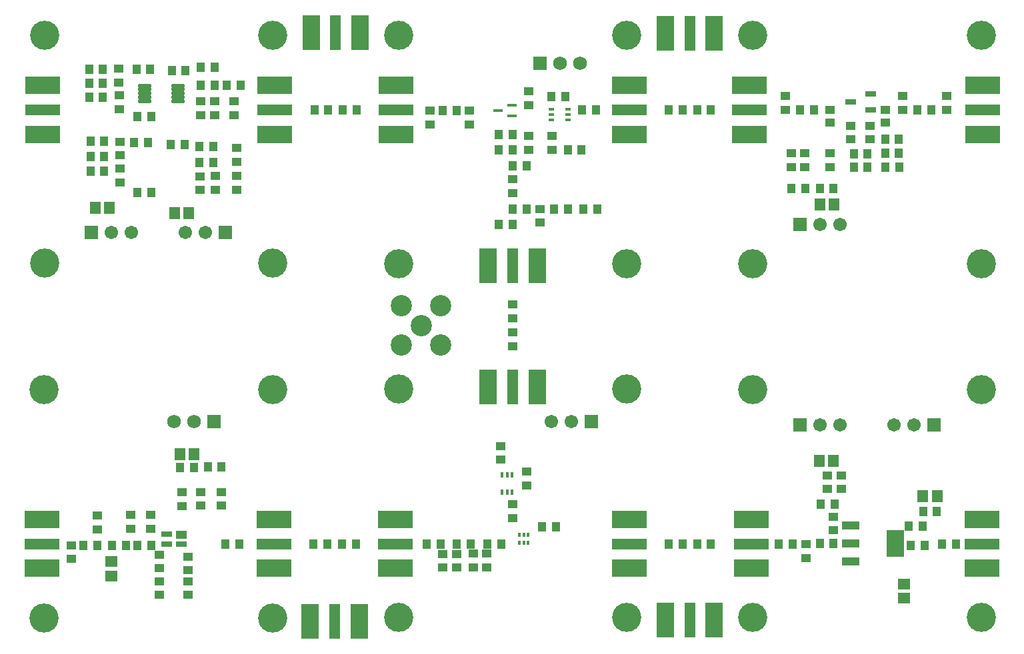
<source format=gts>
G04*
G04 #@! TF.GenerationSoftware,Altium Limited,Altium Designer,21.4.1 (30)*
G04*
G04 Layer_Color=8388736*
%FSLAX25Y25*%
%MOIN*%
G70*
G04*
G04 #@! TF.SameCoordinates,4F7A37CA-CC0D-4B0B-ADC5-D258E3024ECD*
G04*
G04*
G04 #@! TF.FilePolarity,Negative*
G04*
G01*
G75*
%ADD26R,0.03100X0.01400*%
%ADD30R,0.01400X0.03100*%
%ADD31R,0.01200X0.02000*%
%ADD32R,0.04500X0.01800*%
%ADD37R,0.04737X0.04343*%
%ADD38R,0.04343X0.04737*%
%ADD39R,0.17335X0.05524*%
%ADD40R,0.17335X0.08674*%
%ADD41R,0.09068X0.04343*%
%ADD42R,0.09068X0.13398*%
%ADD43R,0.06312X0.05524*%
%ADD44R,0.05524X0.06312*%
%ADD45R,0.05524X0.17335*%
%ADD46R,0.08674X0.17335*%
G04:AMPARAMS|DCode=47|XSize=65.87mil|YSize=19.02mil|CornerRadius=5.38mil|HoleSize=0mil|Usage=FLASHONLY|Rotation=180.000|XOffset=0mil|YOffset=0mil|HoleType=Round|Shape=RoundedRectangle|*
%AMROUNDEDRECTD47*
21,1,0.06587,0.00827,0,0,180.0*
21,1,0.05512,0.01902,0,0,180.0*
1,1,0.01076,-0.02756,0.00413*
1,1,0.01076,0.02756,0.00413*
1,1,0.01076,0.02756,-0.00413*
1,1,0.01076,-0.02756,-0.00413*
%
%ADD47ROUNDEDRECTD47*%
%ADD48R,0.05328X0.03162*%
%ADD49R,0.05328X0.02769*%
%ADD50R,0.05328X0.03950*%
%ADD51R,0.04816X0.04304*%
%ADD52C,0.06706*%
%ADD53R,0.06706X0.06706*%
%ADD54R,0.06824X0.06824*%
%ADD55C,0.06824*%
%ADD56C,0.10642*%
%ADD57C,0.14580*%
D26*
X265485Y-48622D02*
D03*
Y-51181D02*
D03*
Y-53740D02*
D03*
X273885D02*
D03*
Y-51181D02*
D03*
Y-48622D02*
D03*
D30*
X245866Y-240027D02*
D03*
X243307D02*
D03*
X240748D02*
D03*
Y-231627D02*
D03*
X243307D02*
D03*
X245866D02*
D03*
D31*
X249500Y-261567D02*
D03*
X251665D02*
D03*
X253831D02*
D03*
Y-265504D02*
D03*
X251665D02*
D03*
X249500D02*
D03*
D32*
X238626Y-49213D02*
D03*
X245626Y-46654D02*
D03*
Y-51772D02*
D03*
D37*
X392126Y-77461D02*
D03*
Y-70571D02*
D03*
X403543Y-238681D02*
D03*
Y-231791D02*
D03*
X406496Y-259350D02*
D03*
Y-252461D02*
D03*
X38386Y-251969D02*
D03*
Y-258858D02*
D03*
X265748Y-62008D02*
D03*
Y-68898D02*
D03*
X246063Y-160335D02*
D03*
Y-167224D02*
D03*
X259842Y-98425D02*
D03*
Y-105315D02*
D03*
X100394Y-246949D02*
D03*
Y-240059D02*
D03*
X25591Y-273622D02*
D03*
Y-266732D02*
D03*
X246063Y-153051D02*
D03*
Y-146161D02*
D03*
X83858Y-284744D02*
D03*
Y-291634D02*
D03*
X80709Y-240256D02*
D03*
Y-247146D02*
D03*
X55118Y-258366D02*
D03*
Y-251476D02*
D03*
X64961D02*
D03*
Y-258366D02*
D03*
X410433Y-231791D02*
D03*
Y-238681D02*
D03*
X404724Y-77461D02*
D03*
Y-70571D02*
D03*
X97146Y-44685D02*
D03*
Y-51575D02*
D03*
X89961Y-51476D02*
D03*
Y-44587D02*
D03*
X49311Y-48524D02*
D03*
Y-41634D02*
D03*
X49902Y-71653D02*
D03*
Y-64764D02*
D03*
X108169Y-74902D02*
D03*
Y-68012D02*
D03*
X49213Y-35236D02*
D03*
Y-28346D02*
D03*
X49803Y-85236D02*
D03*
Y-78347D02*
D03*
X89764Y-88976D02*
D03*
Y-82087D02*
D03*
X97539Y-81988D02*
D03*
Y-88878D02*
D03*
X233071Y-270965D02*
D03*
Y-277854D02*
D03*
X218165Y-271122D02*
D03*
Y-278012D02*
D03*
X83858Y-272441D02*
D03*
Y-279331D02*
D03*
X253937Y-46457D02*
D03*
Y-39567D02*
D03*
Y-68898D02*
D03*
Y-62008D02*
D03*
X246063Y-83661D02*
D03*
Y-90551D02*
D03*
X108169Y-81988D02*
D03*
Y-88878D02*
D03*
X106791Y-44685D02*
D03*
Y-51575D02*
D03*
X240158Y-217028D02*
D03*
Y-223917D02*
D03*
X246063Y-246161D02*
D03*
X246063Y-253051D02*
D03*
X253150Y-230020D02*
D03*
Y-236910D02*
D03*
X226378Y-270965D02*
D03*
Y-277854D02*
D03*
X211165Y-271122D02*
D03*
Y-278012D02*
D03*
X462992Y-48819D02*
D03*
Y-41929D02*
D03*
X382283Y-48720D02*
D03*
Y-41831D02*
D03*
X440945Y-48819D02*
D03*
Y-41929D02*
D03*
X424803Y-63681D02*
D03*
Y-56791D02*
D03*
X414961Y-63681D02*
D03*
Y-56791D02*
D03*
X385433Y-70571D02*
D03*
Y-77461D02*
D03*
X392717Y-266240D02*
D03*
Y-273130D02*
D03*
X69291Y-284744D02*
D03*
Y-291634D02*
D03*
Y-271457D02*
D03*
Y-278346D02*
D03*
X90059Y-240059D02*
D03*
Y-246949D02*
D03*
X204724Y-49213D02*
D03*
Y-56102D02*
D03*
X224410Y-49213D02*
D03*
Y-56102D02*
D03*
D38*
X423524Y-77559D02*
D03*
X416634D02*
D03*
X399705Y-265748D02*
D03*
X406595D02*
D03*
X460925Y-266339D02*
D03*
X467815D02*
D03*
X452067Y-266929D02*
D03*
X445177D02*
D03*
X451083Y-257087D02*
D03*
X444193D02*
D03*
X379232Y-266142D02*
D03*
X386122D02*
D03*
X451279Y-250000D02*
D03*
X458169D02*
D03*
X266732Y-98425D02*
D03*
X273622D02*
D03*
X287795Y-48819D02*
D03*
X280906D02*
D03*
X239173Y-106299D02*
D03*
X246063D02*
D03*
X252953Y-98425D02*
D03*
X246063D02*
D03*
X338287Y-266142D02*
D03*
X345177D02*
D03*
X324114D02*
D03*
X331004D02*
D03*
X79823Y-227953D02*
D03*
X86713D02*
D03*
X38386Y-266732D02*
D03*
X31496D02*
D03*
X338287Y-48819D02*
D03*
X345177D02*
D03*
X324114D02*
D03*
X331004D02*
D03*
X160728Y-266142D02*
D03*
X167618D02*
D03*
X146555D02*
D03*
X153445D02*
D03*
X168012Y-48819D02*
D03*
X161122D02*
D03*
X153839D02*
D03*
X146949D02*
D03*
X100492Y-227559D02*
D03*
X93602D02*
D03*
X416634Y-70866D02*
D03*
X423524D02*
D03*
X439272Y-77559D02*
D03*
X432382D02*
D03*
X392421Y-88189D02*
D03*
X385531D02*
D03*
X260728Y-257480D02*
D03*
X267618D02*
D03*
X41236Y-42638D02*
D03*
X34347D02*
D03*
X56890Y-65354D02*
D03*
X63779D02*
D03*
X89468Y-75098D02*
D03*
X96358D02*
D03*
X57973Y-28642D02*
D03*
X64862D02*
D03*
X90158Y-36614D02*
D03*
X97047D02*
D03*
X103051D02*
D03*
X109941D02*
D03*
X41929Y-79626D02*
D03*
X35039D02*
D03*
X52658Y-266732D02*
D03*
X45768D02*
D03*
X211122Y-49213D02*
D03*
X218012D02*
D03*
X239173Y-61024D02*
D03*
X246063D02*
D03*
X252953Y-76772D02*
D03*
X246063D02*
D03*
X82579Y-29035D02*
D03*
X75689D02*
D03*
X58465Y-90256D02*
D03*
X65354D02*
D03*
X58563Y-52067D02*
D03*
X65453D02*
D03*
X81988Y-66240D02*
D03*
X75098D02*
D03*
X41831Y-64665D02*
D03*
X34941D02*
D03*
X41236Y-28638D02*
D03*
X34347D02*
D03*
X41929Y-72342D02*
D03*
X35039D02*
D03*
X89567Y-67224D02*
D03*
X96457D02*
D03*
X41236Y-35638D02*
D03*
X34347D02*
D03*
X90256Y-27461D02*
D03*
X97146D02*
D03*
X240453Y-266142D02*
D03*
X233563D02*
D03*
X225098D02*
D03*
X218209D02*
D03*
X210138D02*
D03*
X203248D02*
D03*
X448524Y-48819D02*
D03*
X455413D02*
D03*
X389862D02*
D03*
X396752D02*
D03*
X432283Y-70472D02*
D03*
X439173D02*
D03*
X432283Y-63386D02*
D03*
X439173D02*
D03*
X406496Y-88189D02*
D03*
X399606D02*
D03*
X407087Y-246063D02*
D03*
X400197D02*
D03*
X102461Y-266142D02*
D03*
X109350D02*
D03*
X58563Y-266732D02*
D03*
X65453D02*
D03*
X281496Y-98425D02*
D03*
X288386D02*
D03*
X280512Y-68898D02*
D03*
X273622D02*
D03*
X239173D02*
D03*
X246063D02*
D03*
X265485Y-42094D02*
D03*
X272375D02*
D03*
D39*
X126772Y-266142D02*
D03*
X11024Y-48819D02*
D03*
X127165D02*
D03*
X10630Y-266142D02*
D03*
X304331Y-48819D02*
D03*
X480709Y-266142D02*
D03*
X364567Y-48819D02*
D03*
X304331Y-266142D02*
D03*
X365354D02*
D03*
X481102Y-48819D02*
D03*
X187402Y-266142D02*
D03*
X187795Y-48819D02*
D03*
D40*
X126772Y-278346D02*
D03*
Y-253937D02*
D03*
X11024Y-36614D02*
D03*
Y-61024D02*
D03*
X127165D02*
D03*
Y-36614D02*
D03*
X10630Y-278346D02*
D03*
Y-253937D02*
D03*
X304331Y-36614D02*
D03*
Y-61024D02*
D03*
X480709Y-253937D02*
D03*
Y-278346D02*
D03*
X364567Y-61024D02*
D03*
Y-36614D02*
D03*
X304331Y-253937D02*
D03*
Y-278346D02*
D03*
X365354D02*
D03*
Y-253937D02*
D03*
X481102Y-36614D02*
D03*
Y-61024D02*
D03*
X187402Y-278346D02*
D03*
Y-253937D02*
D03*
X187795Y-61024D02*
D03*
Y-36614D02*
D03*
D41*
X414961Y-256693D02*
D03*
Y-265748D02*
D03*
Y-274803D02*
D03*
D42*
X437402Y-265748D02*
D03*
D43*
X441732Y-286024D02*
D03*
Y-293110D02*
D03*
X45276Y-282087D02*
D03*
Y-275000D02*
D03*
D44*
X458268Y-242126D02*
D03*
X451181D02*
D03*
X77165Y-100394D02*
D03*
X84252D02*
D03*
X79626Y-221161D02*
D03*
X86713D02*
D03*
X44587Y-97835D02*
D03*
X37500D02*
D03*
X399606Y-96063D02*
D03*
X406693D02*
D03*
X399410Y-224410D02*
D03*
X406496D02*
D03*
D45*
X246063Y-187402D02*
D03*
X334646Y-304331D02*
D03*
X157087Y-304724D02*
D03*
X334646Y-10630D02*
D03*
X157480Y-10236D02*
D03*
X246063Y-126772D02*
D03*
D46*
X258268Y-187402D02*
D03*
X233858D02*
D03*
X322441Y-304331D02*
D03*
X346850D02*
D03*
X144882Y-304724D02*
D03*
X169291D02*
D03*
X322441Y-10630D02*
D03*
X346850D02*
D03*
X145276Y-10236D02*
D03*
X169685D02*
D03*
X258268Y-126772D02*
D03*
X233858D02*
D03*
D47*
X78898Y-44575D02*
D03*
Y-42606D02*
D03*
Y-40638D02*
D03*
Y-38669D02*
D03*
Y-36701D02*
D03*
X61968D02*
D03*
Y-38669D02*
D03*
Y-40638D02*
D03*
Y-42606D02*
D03*
Y-44575D02*
D03*
D48*
X415079Y-44882D02*
D03*
X425079Y-40882D02*
D03*
Y-48882D02*
D03*
D49*
X80315Y-266142D02*
D03*
X73032Y-261024D02*
D03*
Y-266142D02*
D03*
D50*
X80315Y-261614D02*
D03*
D51*
X404724Y-48764D02*
D03*
Y-55173D02*
D03*
X432283Y-55228D02*
D03*
Y-48819D02*
D03*
D52*
X409606Y-106102D02*
D03*
X399606D02*
D03*
X265591Y-204724D02*
D03*
X275590D02*
D03*
X446693Y-206496D02*
D03*
X436693D02*
D03*
X399764D02*
D03*
X409764D02*
D03*
X92520Y-110236D02*
D03*
X82520D02*
D03*
X45276D02*
D03*
X55276D02*
D03*
D53*
X389606Y-106102D02*
D03*
X285591Y-204724D02*
D03*
X456693Y-206496D02*
D03*
X389764D02*
D03*
X102520Y-110236D02*
D03*
X35276D02*
D03*
D54*
X259685Y-25591D02*
D03*
X96614Y-204724D02*
D03*
D55*
X269685Y-25591D02*
D03*
X279685D02*
D03*
X76614Y-204724D02*
D03*
X86614D02*
D03*
D56*
X200394Y-156693D02*
D03*
X190551Y-146850D02*
D03*
Y-166535D02*
D03*
X210236D02*
D03*
Y-146850D02*
D03*
D57*
X125984Y-303150D02*
D03*
X11811D02*
D03*
X188976Y-125787D02*
D03*
Y-11614D02*
D03*
X126136Y-11463D02*
D03*
X11963D02*
D03*
X303150Y-11614D02*
D03*
Y-125787D02*
D03*
X126136Y-125636D02*
D03*
X11963D02*
D03*
X480315Y-125787D02*
D03*
X366142D02*
D03*
Y-11614D02*
D03*
X480315D02*
D03*
X480315Y-302953D02*
D03*
X366142Y-188779D02*
D03*
X480315D02*
D03*
X366142Y-302953D02*
D03*
X188976Y-302756D02*
D03*
X303150D02*
D03*
Y-188583D02*
D03*
X188976D02*
D03*
X11811Y-188976D02*
D03*
X125984D02*
D03*
M02*

</source>
